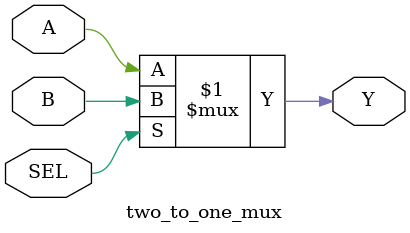
<source format=v>
module two_to_one_mux(A, B, SEL, Y);

	

	parameter WIDTH = 1;



	input [WIDTH - 1: 0] A;

	input [WIDTH - 1: 0] B;

	input SEL;

	

	output [WIDTH - 1: 0] Y;

	

	wire [WIDTH-1:0] Y;

	

	assign Y = (SEL) ? B : A;

	

endmodule

</source>
